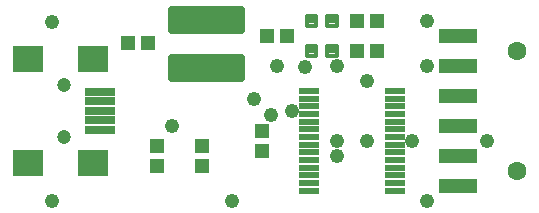
<source format=gts>
G75*
%MOIN*%
%OFA0B0*%
%FSLAX25Y25*%
%IPPOS*%
%LPD*%
%AMOC8*
5,1,8,0,0,1.08239X$1,22.5*
%
%ADD10R,0.05131X0.04737*%
%ADD11R,0.04737X0.05131*%
%ADD12R,0.10249X0.08674*%
%ADD13R,0.09887X0.02769*%
%ADD14C,0.04737*%
%ADD15C,0.01421*%
%ADD16R,0.06706X0.02375*%
%ADD17R,0.12611X0.04737*%
%ADD18C,0.06312*%
%ADD19C,0.02365*%
%ADD20C,0.04762*%
%ADD21C,0.04800*%
D10*
X0121014Y0061800D03*
X0127707Y0061800D03*
X0127707Y0071800D03*
X0121014Y0071800D03*
X0097707Y0066800D03*
X0091014Y0066800D03*
X0051507Y0064240D03*
X0044814Y0064240D03*
D11*
X0089360Y0035146D03*
X0089360Y0028454D03*
X0069360Y0030146D03*
X0054360Y0030146D03*
X0054360Y0023454D03*
X0069360Y0023454D03*
D12*
X0033140Y0024477D03*
X0011486Y0024477D03*
X0011486Y0059123D03*
X0033140Y0059123D03*
D13*
X0035360Y0048099D03*
X0035360Y0044950D03*
X0035360Y0041800D03*
X0035360Y0038650D03*
X0035360Y0035501D03*
D14*
X0023297Y0033139D03*
X0023297Y0050461D03*
D15*
X0107565Y0060142D02*
X0107565Y0063458D01*
X0107565Y0060142D02*
X0104249Y0060142D01*
X0104249Y0063458D01*
X0107565Y0063458D01*
X0107565Y0061562D02*
X0104249Y0061562D01*
X0104249Y0062982D02*
X0107565Y0062982D01*
X0114471Y0063458D02*
X0114471Y0060142D01*
X0111155Y0060142D01*
X0111155Y0063458D01*
X0114471Y0063458D01*
X0114471Y0061562D02*
X0111155Y0061562D01*
X0111155Y0062982D02*
X0114471Y0062982D01*
X0114471Y0070142D02*
X0114471Y0073458D01*
X0114471Y0070142D02*
X0111155Y0070142D01*
X0111155Y0073458D01*
X0114471Y0073458D01*
X0114471Y0071562D02*
X0111155Y0071562D01*
X0111155Y0072982D02*
X0114471Y0072982D01*
X0107565Y0073458D02*
X0107565Y0070142D01*
X0104249Y0070142D01*
X0104249Y0073458D01*
X0107565Y0073458D01*
X0107565Y0071562D02*
X0104249Y0071562D01*
X0104249Y0072982D02*
X0107565Y0072982D01*
D16*
X0105089Y0048434D03*
X0105089Y0045875D03*
X0105089Y0043316D03*
X0105089Y0040757D03*
X0105089Y0038198D03*
X0105089Y0035639D03*
X0105089Y0033080D03*
X0105089Y0030520D03*
X0105089Y0027961D03*
X0105089Y0025402D03*
X0105089Y0022843D03*
X0105089Y0020284D03*
X0105089Y0017725D03*
X0105089Y0015166D03*
X0133632Y0015166D03*
X0133632Y0017725D03*
X0133632Y0020284D03*
X0133632Y0022843D03*
X0133632Y0025402D03*
X0133632Y0027961D03*
X0133632Y0030520D03*
X0133632Y0033080D03*
X0133632Y0035639D03*
X0133632Y0038198D03*
X0133632Y0040757D03*
X0133632Y0043316D03*
X0133632Y0045875D03*
X0133632Y0048434D03*
D17*
X0154675Y0046800D03*
X0154675Y0036800D03*
X0154675Y0026800D03*
X0154675Y0016800D03*
X0154675Y0056800D03*
X0154675Y0066800D03*
D18*
X0174360Y0061800D03*
X0174360Y0021800D03*
D19*
X0082259Y0059717D02*
X0059021Y0059717D01*
X0082259Y0059717D02*
X0082259Y0052621D01*
X0059021Y0052621D01*
X0059021Y0059717D01*
X0059021Y0054985D02*
X0082259Y0054985D01*
X0082259Y0057349D02*
X0059021Y0057349D01*
X0059021Y0059713D02*
X0082259Y0059713D01*
X0082259Y0068763D02*
X0059021Y0068763D01*
X0059021Y0075859D01*
X0082259Y0075859D01*
X0082259Y0068763D01*
X0082259Y0071127D02*
X0059021Y0071127D01*
X0059021Y0073491D02*
X0082259Y0073491D01*
X0082259Y0075855D02*
X0059021Y0075855D01*
D20*
X0019360Y0011800D03*
X0079360Y0011800D03*
X0114360Y0026800D03*
X0114360Y0031800D03*
X0124360Y0031800D03*
X0139360Y0031800D03*
X0164360Y0031800D03*
X0124360Y0051800D03*
X0114360Y0056800D03*
X0103860Y0056300D03*
X0094360Y0056800D03*
X0099360Y0041800D03*
X0059360Y0036800D03*
X0019360Y0071320D03*
X0144360Y0071800D03*
X0144360Y0056800D03*
X0144360Y0011800D03*
D21*
X0092360Y0040300D03*
X0086860Y0045800D03*
M02*

</source>
